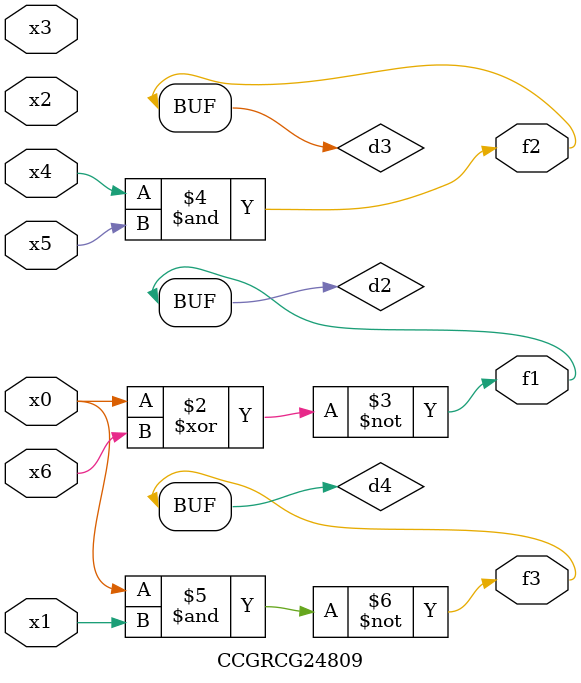
<source format=v>
module CCGRCG24809(
	input x0, x1, x2, x3, x4, x5, x6,
	output f1, f2, f3
);

	wire d1, d2, d3, d4;

	nor (d1, x0);
	xnor (d2, x0, x6);
	and (d3, x4, x5);
	nand (d4, x0, x1);
	assign f1 = d2;
	assign f2 = d3;
	assign f3 = d4;
endmodule

</source>
